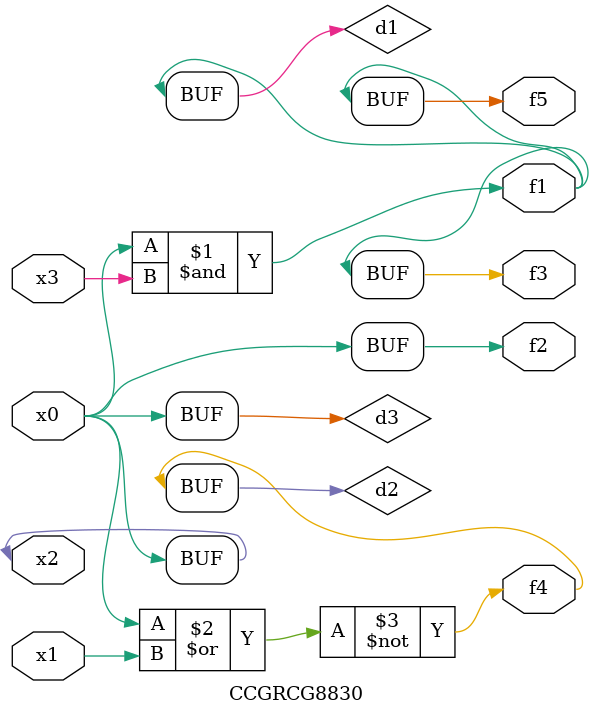
<source format=v>
module CCGRCG8830(
	input x0, x1, x2, x3,
	output f1, f2, f3, f4, f5
);

	wire d1, d2, d3;

	and (d1, x2, x3);
	nor (d2, x0, x1);
	buf (d3, x0, x2);
	assign f1 = d1;
	assign f2 = d3;
	assign f3 = d1;
	assign f4 = d2;
	assign f5 = d1;
endmodule

</source>
